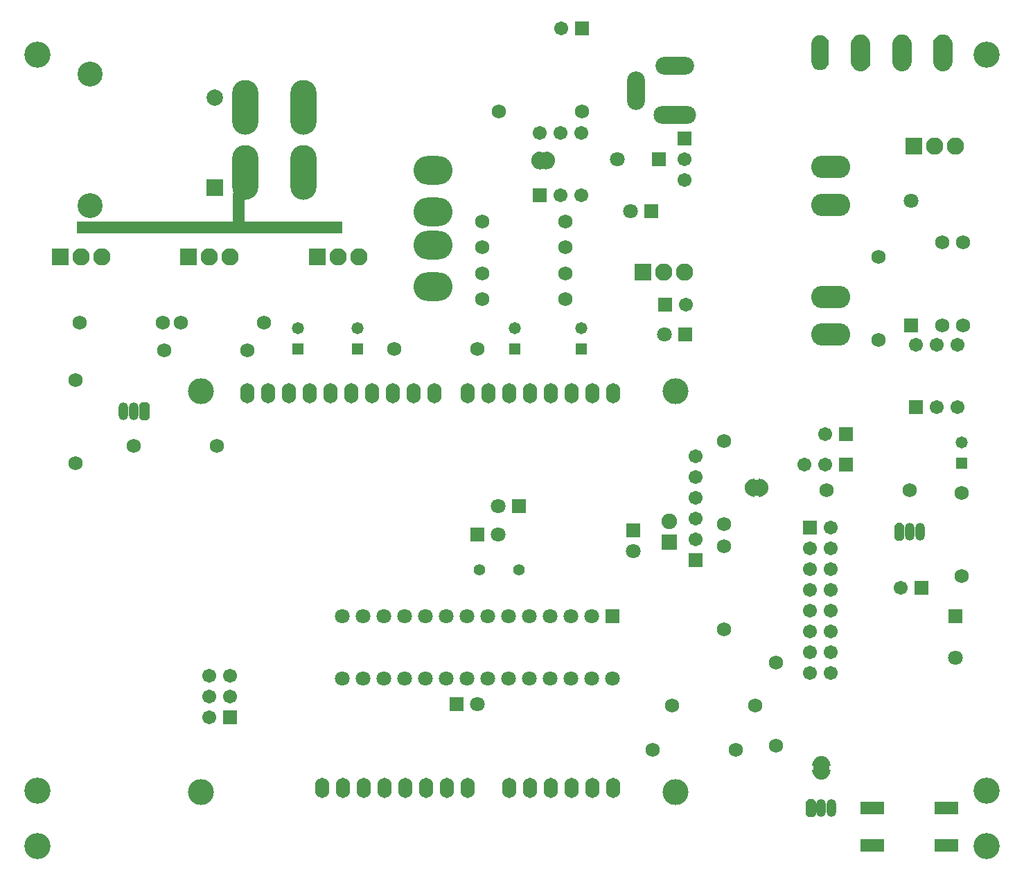
<source format=gbr>
G04 DipTrace 2.4.0.2*
%INTopMask.gbr*%
%MOIN*%
%ADD50C,0.12*%
%ADD51C,0.126*%
%ADD52C,0.125*%
%ADD64C,0.0789*%
%ADD66R,0.0789X0.0789*%
%ADD68O,0.0474X0.0868*%
%ADD70C,0.075*%
%ADD72R,0.075X0.075*%
%ADD74R,0.118X0.063*%
%ADD76C,0.056*%
%ADD78O,0.068X0.098*%
%ADD80O,0.188X0.138*%
%ADD82R,0.071X0.071*%
%ADD84C,0.071*%
%ADD86C,0.0828*%
%ADD88R,0.0828X0.0828*%
%ADD90O,0.188X0.108*%
%ADD92O,0.0868X0.1852*%
%ADD94O,0.1852X0.0868*%
%ADD96O,0.2049X0.0868*%
%ADD98R,0.058X0.058*%
%ADD100C,0.058*%
%ADD102O,0.1261X0.2639*%
%ADD104C,0.0671*%
%ADD106R,0.0671X0.0671*%
%ADD108C,0.068*%
%ADD110C,0.068*%
%FSLAX44Y44*%
G04*
G70*
G90*
G75*
G01*
%LNTopMask*%
%LPD*%
D110*
X-43625Y-12875D3*
D108*
X-39625D3*
D110*
X-38750D3*
D108*
X-34750D3*
D106*
X-8500Y-22750D3*
D104*
X-7500D3*
X-8500Y-23750D3*
X-7500D3*
X-8500Y-24750D3*
X-7500D3*
X-8500Y-25750D3*
X-7500D3*
X-8500Y-26750D3*
X-7500D3*
X-8500Y-27750D3*
X-7500D3*
X-8500Y-28750D3*
X-7500D3*
X-8500Y-29750D3*
X-7500D3*
G36*
X-8424Y548D2*
X-8398Y693D1*
X-8325Y821D1*
X-8212Y916D1*
X-8074Y966D1*
X-7927D1*
X-7788Y916D1*
X-7676Y821D1*
X-7602Y694D1*
X-7576Y549D1*
Y-298D1*
X-7602Y-443D1*
X-7675Y-571D1*
X-7788Y-666D1*
X-7926Y-716D1*
X-8073D1*
X-8212Y-666D1*
X-8324Y-571D1*
X-8398Y-444D1*
X-8424Y-299D1*
Y548D1*
G37*
G36*
X-6504Y552D2*
X-6477Y707D1*
X-6396Y847D1*
X-6273Y951D1*
X-6121Y1006D1*
X-5960D1*
X-5808Y951D1*
X-5684Y848D1*
X-5604Y708D1*
X-5576Y553D1*
Y-302D1*
X-5603Y-457D1*
X-5684Y-597D1*
X-5807Y-701D1*
X-5959Y-756D1*
X-6120D1*
X-6272Y-701D1*
X-6396Y-598D1*
X-6476Y-458D1*
X-6504Y-303D1*
Y552D1*
G37*
G36*
X-4524D2*
X-4497Y707D1*
X-4416Y847D1*
X-4293Y951D1*
X-4141Y1006D1*
X-3980D1*
X-3828Y951D1*
X-3704Y848D1*
X-3624Y708D1*
X-3596Y553D1*
Y-302D1*
X-3623Y-457D1*
X-3704Y-597D1*
X-3827Y-701D1*
X-3979Y-756D1*
X-4140D1*
X-4292Y-701D1*
X-4416Y-598D1*
X-4496Y-458D1*
X-4524Y-303D1*
Y552D1*
G37*
G36*
X-2564D2*
X-2537Y707D1*
X-2456Y847D1*
X-2333Y951D1*
X-2181Y1006D1*
X-2020D1*
X-1868Y951D1*
X-1744Y848D1*
X-1664Y708D1*
X-1636Y553D1*
Y-302D1*
X-1663Y-457D1*
X-1744Y-597D1*
X-1867Y-701D1*
X-2019Y-756D1*
X-2180D1*
X-2332Y-701D1*
X-2456Y-598D1*
X-2536Y-458D1*
X-2564Y-303D1*
Y552D1*
G37*
D102*
X-35652Y-5626D3*
Y-2515D3*
X-32842Y-5626D3*
Y-2515D3*
D50*
X-43133Y-890D3*
Y-7243D3*
D100*
X-19500Y-13125D3*
D98*
Y-14125D3*
D100*
X-22687Y-13125D3*
D98*
Y-14125D3*
D110*
X-24250Y-11750D3*
D108*
X-20250D3*
D110*
X-24250Y-8000D3*
D108*
X-20250D3*
D51*
X19Y27D3*
X20Y-35403D3*
X-45650Y-35406D3*
Y27D3*
D52*
X-14961Y-16170D3*
Y-35461D3*
X-37796D3*
Y-16170D3*
G36*
X-11178Y-20419D2*
X-10903D1*
Y-21206D1*
X-11178D1*
Y-20419D1*
G37*
G36*
X-11140Y-21253D2*
X-11303Y-21229D1*
X-11415Y-21178D1*
X-11508Y-21097D1*
X-11575Y-20993D1*
X-11610Y-20874D1*
Y-20751D1*
X-11575Y-20632D1*
X-11508Y-20528D1*
X-11415Y-20447D1*
X-11303Y-20396D1*
X-11140Y-20372D1*
Y-21253D1*
G37*
G36*
X-10960Y-20372D2*
X-10798Y-20396D1*
X-10685Y-20447D1*
X-10592Y-20528D1*
X-10525Y-20632D1*
X-10490Y-20751D1*
Y-20874D1*
X-10525Y-20993D1*
X-10592Y-21097D1*
X-10685Y-21178D1*
X-10798Y-21229D1*
X-10960Y-21253D1*
Y-20372D1*
G37*
D110*
X-12626Y-18564D3*
D108*
Y-22564D3*
D110*
Y-23627D3*
D108*
Y-27627D3*
G36*
X-21197Y-5456D2*
X-21472D1*
Y-4669D1*
X-21197D1*
Y-5456D1*
G37*
G36*
X-21235Y-4622D2*
X-21072Y-4646D1*
X-20960Y-4697D1*
X-20867Y-4778D1*
X-20800Y-4882D1*
X-20765Y-5001D1*
Y-5124D1*
X-20800Y-5243D1*
X-20867Y-5347D1*
X-20960Y-5428D1*
X-21072Y-5479D1*
X-21235Y-5503D1*
Y-4622D1*
G37*
G36*
X-21415Y-5503D2*
X-21577Y-5479D1*
X-21690Y-5428D1*
X-21783Y-5347D1*
X-21850Y-5243D1*
X-21885Y-5124D1*
Y-5001D1*
X-21850Y-4882D1*
X-21783Y-4778D1*
X-21690Y-4697D1*
X-21577Y-4646D1*
X-21415Y-4622D1*
Y-5503D1*
G37*
D106*
X-21500Y-6750D3*
D104*
X-20500D3*
X-19500D3*
Y-3750D3*
X-20500D3*
X-21500D3*
D106*
X-19438Y1312D3*
D104*
X-20438D3*
D110*
X-19438Y-2687D3*
D108*
X-23438D3*
D96*
X-15000Y-2875D3*
D94*
Y-513D3*
D92*
X-16850Y-1694D3*
D90*
X-7501Y-5376D3*
Y-7187D3*
Y-11636D3*
Y-13443D3*
D88*
X-16505Y-10439D3*
D86*
X-15505D3*
X-14505D3*
D106*
X-14504Y-4001D3*
D104*
Y-5001D3*
Y-6001D3*
D106*
X-6750Y-18250D3*
D104*
X-7750D3*
D84*
X-17755Y-5001D3*
D82*
X-15755D3*
D84*
X-17130Y-7501D3*
D82*
X-16130D3*
D84*
X-15500Y-13437D3*
D82*
X-14500D3*
D84*
X-1500Y-29000D3*
D82*
Y-27000D3*
D80*
X-26628Y-11126D3*
Y-9126D3*
Y-7526D3*
Y-5526D3*
D106*
X-15438Y-12000D3*
D104*
X-14438D3*
D106*
X-6750Y-19688D3*
D104*
X-7750D3*
X-8750D3*
G36*
X-8331Y-34428D2*
X-7544D1*
Y-34153D1*
X-8331D1*
Y-34428D1*
G37*
G36*
X-7497Y-34390D2*
X-7521Y-34553D1*
X-7572Y-34665D1*
X-7653Y-34758D1*
X-7757Y-34825D1*
X-7876Y-34860D1*
X-7999D1*
X-8118Y-34825D1*
X-8222Y-34758D1*
X-8303Y-34665D1*
X-8354Y-34553D1*
X-8378Y-34390D1*
X-7497D1*
G37*
G36*
X-8378Y-34210D2*
X-8354Y-34048D1*
X-8303Y-33935D1*
X-8222Y-33842D1*
X-8118Y-33775D1*
X-7999Y-33740D1*
X-7876D1*
X-7757Y-33775D1*
X-7653Y-33842D1*
X-7572Y-33935D1*
X-7521Y-34048D1*
X-7497Y-34210D1*
X-8378D1*
G37*
D100*
X-30250Y-13125D3*
D98*
Y-14125D3*
D110*
X-24500D3*
D108*
X-28500D3*
D110*
X-24250Y-9250D3*
D108*
X-20250D3*
D110*
Y-10500D3*
D108*
X-24250D3*
D106*
X-3125Y-25625D3*
D104*
X-4125D3*
D110*
X-15125Y-31313D3*
D108*
X-11125D3*
D110*
X-10125Y-29250D3*
D108*
Y-33250D3*
D78*
X-31941Y-35254D3*
X-30941D3*
X-29941D3*
X-28941D3*
X-27941D3*
X-26941D3*
X-25941D3*
X-24941D3*
X-22941D3*
X-21941D3*
X-20941D3*
X-19941D3*
X-18941D3*
X-17941D3*
X-35541Y-16254D3*
X-34541D3*
X-33541D3*
X-32541D3*
X-31541D3*
X-30541D3*
X-29541D3*
X-28541D3*
X-27541D3*
X-26541D3*
X-24941D3*
X-23941D3*
X-22941D3*
X-21941D3*
X-20941D3*
X-19941D3*
X-18941D3*
X-17941D3*
D82*
X-18000Y-27000D3*
D84*
X-19000D3*
X-20000D3*
X-21000D3*
X-22000D3*
X-23000D3*
X-24000D3*
X-25000D3*
X-26000D3*
X-27000D3*
X-28000D3*
X-29000D3*
X-30000D3*
X-31000D3*
Y-30000D3*
X-30000D3*
X-29000D3*
X-28000D3*
X-27000D3*
X-26000D3*
X-25000D3*
X-24000D3*
X-23000D3*
X-22000D3*
X-21000D3*
X-20000D3*
X-19000D3*
X-18000D3*
X-24500Y-31250D3*
D82*
X-25500D3*
D106*
X-36375Y-31875D3*
D104*
X-37375D3*
X-36375Y-30875D3*
X-37375D3*
X-36375Y-29875D3*
X-37375D3*
D76*
X-22502Y-24753D3*
X-24402D3*
D84*
X-23502Y-21690D3*
D82*
X-22502D3*
D84*
X-23502Y-23065D3*
D82*
X-24502D3*
D110*
X-16063Y-33438D3*
D108*
X-12063D3*
D74*
X-5500Y-36250D3*
Y-38020D3*
X-1917Y-36250D3*
Y-38020D3*
D72*
X-15252Y-23440D3*
D70*
Y-22440D3*
D106*
X-14001Y-24315D3*
D104*
Y-23315D3*
Y-22315D3*
Y-21315D3*
Y-20315D3*
Y-19315D3*
G36*
X-8675Y-36562D2*
X-8553Y-36684D1*
X-8322D1*
X-8200Y-36562D1*
Y-35938D1*
X-8322Y-35816D1*
X-8553D1*
X-8675Y-35938D1*
Y-36562D1*
G37*
D68*
X-7938Y-36250D3*
X-7438D3*
D84*
X-17000Y-23875D3*
D82*
Y-22875D3*
D106*
X-3374Y-16937D3*
D104*
X-2374D3*
X-1374D3*
Y-13937D3*
X-2374D3*
X-3374D3*
D88*
X-3499Y-4375D3*
D86*
X-2499D3*
X-1499D3*
D110*
X-5188Y-9689D3*
D108*
Y-13689D3*
D110*
X-1188Y-21063D3*
D108*
Y-25063D3*
D100*
X-1187Y-18625D3*
D98*
Y-19625D3*
G36*
X-4425Y-23249D2*
X-4303Y-23371D1*
X-4072D1*
X-3950Y-23249D1*
Y-22626D1*
X-4072Y-22504D1*
X-4303D1*
X-4425Y-22626D1*
Y-23249D1*
G37*
D68*
X-3688Y-22937D3*
X-3188D3*
D110*
X-7688Y-20938D3*
D108*
X-3688D3*
D110*
X-2125Y-13001D3*
D108*
Y-9001D3*
D82*
X-3625Y-13001D3*
D84*
Y-7001D3*
D110*
X-1125Y-13001D3*
D108*
Y-9001D3*
D88*
X-32191Y-9689D3*
D86*
X-31191D3*
X-30191D3*
D110*
X-43817Y-19627D3*
D108*
Y-15627D3*
D88*
X-38379Y-9689D3*
D86*
X-37379D3*
X-36379D3*
G36*
X-40267Y-16815D2*
X-40389Y-16693D1*
X-40619D1*
X-40741Y-16815D1*
Y-17439D1*
X-40619Y-17561D1*
X-40389D1*
X-40267Y-17439D1*
Y-16815D1*
G37*
D68*
X-41004Y-17127D3*
X-41504D3*
D100*
X-33125Y-13125D3*
D98*
Y-14125D3*
D110*
X-35562Y-14188D3*
D108*
X-39562D3*
D110*
X-37004Y-18815D3*
D108*
X-41004D3*
D66*
X-37129Y-6376D3*
D64*
Y-2025D3*
D88*
X-44567Y-9689D3*
D86*
X-43567D3*
X-42567D3*
D51*
X-45650Y-38063D3*
X0D3*
G36*
X-43750Y-8000D2*
X-31003D1*
Y-8563D1*
X-43750D1*
Y-8000D1*
G37*
G36*
X-36250Y-6626D2*
X-35691D1*
Y-8000D1*
X-36250D1*
Y-6626D1*
G37*
M02*

</source>
